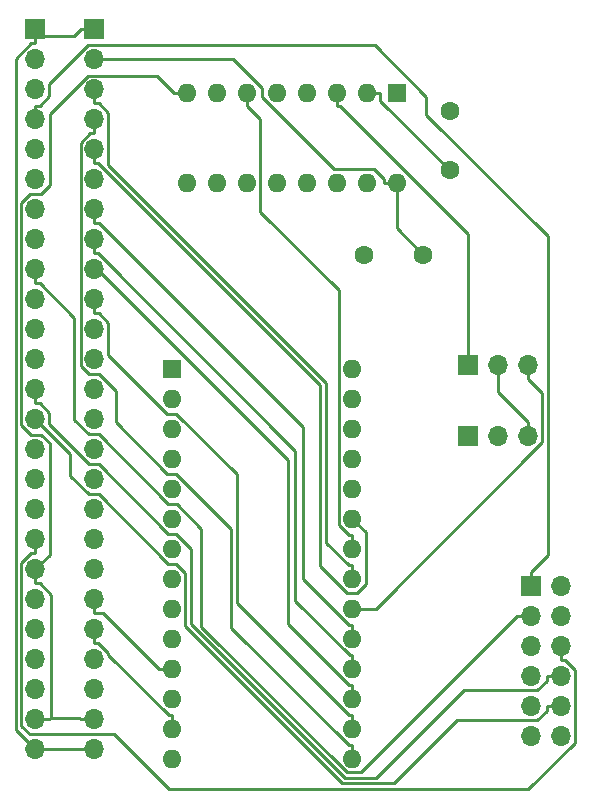
<source format=gbr>
G04 #@! TF.GenerationSoftware,KiCad,Pcbnew,(5.1.5)-3*
G04 #@! TF.CreationDate,2022-06-14T21:30:09+02:00*
G04 #@! TF.ProjectId,PC128S_ExtROM,50433132-3853-45f4-9578-74524f4d2e6b,rev?*
G04 #@! TF.SameCoordinates,Original*
G04 #@! TF.FileFunction,Copper,L1,Top*
G04 #@! TF.FilePolarity,Positive*
%FSLAX46Y46*%
G04 Gerber Fmt 4.6, Leading zero omitted, Abs format (unit mm)*
G04 Created by KiCad (PCBNEW (5.1.5)-3) date 2022-06-14 21:30:09*
%MOMM*%
%LPD*%
G04 APERTURE LIST*
%ADD10O,1.700000X1.700000*%
%ADD11R,1.700000X1.700000*%
%ADD12C,1.600000*%
%ADD13O,1.600000X1.600000*%
%ADD14R,1.600000X1.600000*%
%ADD15C,0.250000*%
G04 APERTURE END LIST*
D10*
X149000000Y-128634500D03*
X149000000Y-126094500D03*
X149000000Y-123554500D03*
X149000000Y-121014500D03*
X149000000Y-118474500D03*
X149000000Y-115934500D03*
X149000000Y-113394500D03*
X149000000Y-110854500D03*
X149000000Y-108314500D03*
X149000000Y-105774500D03*
X149000000Y-103234500D03*
X149000000Y-100694500D03*
X149000000Y-98154500D03*
X149000000Y-95614500D03*
X149000000Y-93074500D03*
X149000000Y-90534500D03*
X149000000Y-87994500D03*
X149000000Y-85454500D03*
X149000000Y-82914500D03*
X149000000Y-80374500D03*
X149000000Y-77834500D03*
X149000000Y-75294500D03*
X149000000Y-72754500D03*
X149000000Y-70214500D03*
D11*
X149000000Y-67674500D03*
D10*
X144000000Y-128634500D03*
X144000000Y-126094500D03*
X144000000Y-123554500D03*
X144000000Y-121014500D03*
X144000000Y-118474500D03*
X144000000Y-115934500D03*
X144000000Y-113394500D03*
X144000000Y-110854500D03*
X144000000Y-108314500D03*
X144000000Y-105774500D03*
X144000000Y-103234500D03*
X144000000Y-100694500D03*
X144000000Y-98154500D03*
X144000000Y-95614500D03*
X144000000Y-93074500D03*
X144000000Y-90534500D03*
X144000000Y-87994500D03*
X144000000Y-85454500D03*
X144000000Y-82914500D03*
X144000000Y-80374500D03*
X144000000Y-77834500D03*
X144000000Y-75294500D03*
X144000000Y-72754500D03*
X144000000Y-70214500D03*
D11*
X144000000Y-67674500D03*
D12*
X179070000Y-79549000D03*
X179070000Y-74549000D03*
D10*
X185738000Y-96075500D03*
X183198000Y-96075500D03*
D11*
X180658000Y-96075500D03*
D10*
X185738000Y-102108000D03*
X183198000Y-102108000D03*
D11*
X180658000Y-102108000D03*
D13*
X174625000Y-80645000D03*
X156845000Y-73025000D03*
X172085000Y-80645000D03*
X159385000Y-73025000D03*
X169545000Y-80645000D03*
X161925000Y-73025000D03*
X167005000Y-80645000D03*
X164465000Y-73025000D03*
X164465000Y-80645000D03*
X167005000Y-73025000D03*
X161925000Y-80645000D03*
X169545000Y-73025000D03*
X159385000Y-80645000D03*
X172085000Y-73025000D03*
X156845000Y-80645000D03*
D14*
X174625000Y-73025000D03*
D10*
X188468000Y-127508000D03*
X185928000Y-127508000D03*
X188468000Y-124968000D03*
X185928000Y-124968000D03*
X188468000Y-122428000D03*
X185928000Y-122428000D03*
X188468000Y-119888000D03*
X185928000Y-119888000D03*
X188468000Y-117348000D03*
X185928000Y-117348000D03*
X188468000Y-114808000D03*
D11*
X185928000Y-114808000D03*
D12*
X171848000Y-86741000D03*
X176848000Y-86741000D03*
D13*
X170815000Y-96393000D03*
X155575000Y-129413000D03*
X170815000Y-98933000D03*
X155575000Y-126873000D03*
X170815000Y-101473000D03*
X155575000Y-124333000D03*
X170815000Y-104013000D03*
X155575000Y-121793000D03*
X170815000Y-106553000D03*
X155575000Y-119253000D03*
X170815000Y-109093000D03*
X155575000Y-116713000D03*
X170815000Y-111633000D03*
X155575000Y-114173000D03*
X170815000Y-114173000D03*
X155575000Y-111633000D03*
X170815000Y-116713000D03*
X155575000Y-109093000D03*
X170815000Y-119253000D03*
X155575000Y-106553000D03*
X170815000Y-121793000D03*
X155575000Y-104013000D03*
X170815000Y-124333000D03*
X155575000Y-101473000D03*
X170815000Y-126873000D03*
X155575000Y-98933000D03*
X170815000Y-129413000D03*
D14*
X155575000Y-96393000D03*
D15*
X185738000Y-96075500D02*
X185738000Y-97250800D01*
X170815000Y-116713000D02*
X172798700Y-116713000D01*
X172798700Y-116713000D02*
X186913300Y-102598400D01*
X186913300Y-102598400D02*
X186913300Y-98426100D01*
X186913300Y-98426100D02*
X185738000Y-97250800D01*
X172085000Y-73025000D02*
X173210300Y-73025000D01*
X179070000Y-79549000D02*
X173210300Y-73689300D01*
X173210300Y-73689300D02*
X173210300Y-73025000D01*
X156845000Y-73025000D02*
X155719700Y-73025000D01*
X155719700Y-73025000D02*
X154273700Y-71579000D01*
X154273700Y-71579000D02*
X148486100Y-71579000D01*
X148486100Y-71579000D02*
X145215600Y-74849500D01*
X145215600Y-74849500D02*
X145215600Y-80866700D01*
X145215600Y-80866700D02*
X144437800Y-81644500D01*
X144437800Y-81644500D02*
X143570400Y-81644500D01*
X143570400Y-81644500D02*
X142821200Y-82393700D01*
X142821200Y-82393700D02*
X142821200Y-101200400D01*
X142821200Y-101200400D02*
X143623600Y-102002800D01*
X143623600Y-102002800D02*
X144518100Y-102002800D01*
X144518100Y-102002800D02*
X145213700Y-102698400D01*
X145213700Y-102698400D02*
X145213700Y-112180800D01*
X145213700Y-112180800D02*
X144000000Y-113394500D01*
X144000000Y-113394500D02*
X144000000Y-114569800D01*
X145316600Y-125953200D02*
X145316600Y-115519100D01*
X145316600Y-115519100D02*
X144367300Y-114569800D01*
X144367300Y-114569800D02*
X144000000Y-114569800D01*
X145316600Y-125953200D02*
X145175300Y-126094500D01*
X147824700Y-126094500D02*
X147683400Y-125953200D01*
X147683400Y-125953200D02*
X145316600Y-125953200D01*
X149000000Y-126094500D02*
X147824700Y-126094500D01*
X144000000Y-126094500D02*
X145175300Y-126094500D01*
X174625000Y-80645000D02*
X173499700Y-80645000D01*
X173499700Y-80645000D02*
X173499700Y-80363600D01*
X173499700Y-80363600D02*
X172655800Y-79519700D01*
X172655800Y-79519700D02*
X169293800Y-79519700D01*
X169293800Y-79519700D02*
X163195000Y-73420900D01*
X163195000Y-73420900D02*
X163195000Y-72660200D01*
X163195000Y-72660200D02*
X160749300Y-70214500D01*
X160749300Y-70214500D02*
X149000000Y-70214500D01*
X176848000Y-86741000D02*
X174625000Y-84518000D01*
X174625000Y-84518000D02*
X174625000Y-80645000D01*
X149000000Y-118474500D02*
X149000000Y-119649800D01*
X155575000Y-126873000D02*
X155575000Y-125747700D01*
X155575000Y-125747700D02*
X155293600Y-125747700D01*
X155293600Y-125747700D02*
X150175300Y-120629400D01*
X150175300Y-120629400D02*
X150175300Y-120506800D01*
X150175300Y-120506800D02*
X149318300Y-119649800D01*
X149318300Y-119649800D02*
X149000000Y-119649800D01*
X149000000Y-115934500D02*
X149000000Y-117109800D01*
X155575000Y-121793000D02*
X154449700Y-121793000D01*
X154449700Y-121793000D02*
X149766500Y-117109800D01*
X149766500Y-117109800D02*
X149000000Y-117109800D01*
X149000000Y-79009800D02*
X149313800Y-79009800D01*
X149313800Y-79009800D02*
X168113600Y-97809600D01*
X168113600Y-97809600D02*
X168113600Y-113099500D01*
X168113600Y-113099500D02*
X170369700Y-115355600D01*
X170369700Y-115355600D02*
X171250000Y-115355600D01*
X171250000Y-115355600D02*
X171972000Y-114633600D01*
X171972000Y-114633600D02*
X171972000Y-110250000D01*
X171972000Y-110250000D02*
X170815000Y-109093000D01*
X149000000Y-77834500D02*
X149000000Y-79009800D01*
X149000000Y-73929800D02*
X149367400Y-73929800D01*
X149367400Y-73929800D02*
X150175300Y-74737700D01*
X150175300Y-74737700D02*
X150175300Y-79157500D01*
X150175300Y-79157500D02*
X168602600Y-97584800D01*
X168602600Y-97584800D02*
X168602600Y-111116700D01*
X168602600Y-111116700D02*
X170533600Y-113047700D01*
X170533600Y-113047700D02*
X170815000Y-113047700D01*
X149000000Y-72754500D02*
X149000000Y-73929800D01*
X170815000Y-114173000D02*
X170815000Y-113047700D01*
X149000000Y-82914500D02*
X149000000Y-84089800D01*
X170815000Y-119253000D02*
X170815000Y-118127700D01*
X170815000Y-118127700D02*
X170533700Y-118127700D01*
X170533700Y-118127700D02*
X166620000Y-114214000D01*
X166620000Y-114214000D02*
X166620000Y-101342500D01*
X166620000Y-101342500D02*
X149367300Y-84089800D01*
X149367300Y-84089800D02*
X149000000Y-84089800D01*
X149000000Y-86629800D02*
X149304400Y-86629800D01*
X149304400Y-86629800D02*
X166016200Y-103341600D01*
X166016200Y-103341600D02*
X166016200Y-116061400D01*
X166016200Y-116061400D02*
X170622500Y-120667700D01*
X170622500Y-120667700D02*
X170815000Y-120667700D01*
X149000000Y-85454500D02*
X149000000Y-86629800D01*
X170815000Y-121793000D02*
X170815000Y-120667700D01*
X149000000Y-87994500D02*
X149246000Y-87994500D01*
X149246000Y-87994500D02*
X165367300Y-104115800D01*
X165367300Y-104115800D02*
X165367300Y-118041400D01*
X165367300Y-118041400D02*
X170533600Y-123207700D01*
X170533600Y-123207700D02*
X170815000Y-123207700D01*
X170815000Y-124333000D02*
X170815000Y-123207700D01*
X149000000Y-91709800D02*
X149367400Y-91709800D01*
X149367400Y-91709800D02*
X150175300Y-92517700D01*
X150175300Y-92517700D02*
X150175300Y-95202200D01*
X150175300Y-95202200D02*
X155176100Y-100203000D01*
X155176100Y-100203000D02*
X155902500Y-100203000D01*
X155902500Y-100203000D02*
X161038300Y-105338800D01*
X161038300Y-105338800D02*
X161038300Y-116252300D01*
X161038300Y-116252300D02*
X170533700Y-125747700D01*
X170533700Y-125747700D02*
X170815000Y-125747700D01*
X149000000Y-90534500D02*
X149000000Y-91709800D01*
X170815000Y-126873000D02*
X170815000Y-125747700D01*
X149000000Y-75294500D02*
X149000000Y-76469800D01*
X170815000Y-129413000D02*
X170815000Y-128287700D01*
X170815000Y-128287700D02*
X170533700Y-128287700D01*
X170533700Y-128287700D02*
X160587900Y-118341900D01*
X160587900Y-118341900D02*
X160587900Y-109967400D01*
X160587900Y-109967400D02*
X155903500Y-105283000D01*
X155903500Y-105283000D02*
X155176500Y-105283000D01*
X155176500Y-105283000D02*
X150810100Y-100916600D01*
X150810100Y-100916600D02*
X150810100Y-98301300D01*
X150810100Y-98301300D02*
X149393300Y-96884500D01*
X149393300Y-96884500D02*
X148510800Y-96884500D01*
X148510800Y-96884500D02*
X147824700Y-96198400D01*
X147824700Y-96198400D02*
X147824700Y-77277700D01*
X147824700Y-77277700D02*
X148632600Y-76469800D01*
X148632600Y-76469800D02*
X149000000Y-76469800D01*
X169545000Y-73025000D02*
X169545000Y-74150300D01*
X169545000Y-74150300D02*
X169826300Y-74150300D01*
X169826300Y-74150300D02*
X180658000Y-84982000D01*
X180658000Y-84982000D02*
X180658000Y-96075500D01*
X144000000Y-68849800D02*
X143632700Y-68849800D01*
X143632700Y-68849800D02*
X142320500Y-70162000D01*
X142320500Y-70162000D02*
X142320500Y-126955000D01*
X142320500Y-126955000D02*
X144000000Y-128634500D01*
X149000000Y-67674500D02*
X147824700Y-67674500D01*
X144000000Y-68262100D02*
X147237100Y-68262100D01*
X147237100Y-68262100D02*
X147824700Y-67674500D01*
X144000000Y-68262100D02*
X144000000Y-68849800D01*
X144000000Y-67674500D02*
X144000000Y-68262100D01*
X144000000Y-128634500D02*
X147824700Y-128634500D01*
X149000000Y-128634500D02*
X147824700Y-128634500D01*
X144000000Y-112029800D02*
X143632600Y-112029800D01*
X143632600Y-112029800D02*
X142824700Y-112837700D01*
X142824700Y-112837700D02*
X142824700Y-126630800D01*
X142824700Y-126630800D02*
X143558400Y-127364500D01*
X143558400Y-127364500D02*
X150652100Y-127364500D01*
X150652100Y-127364500D02*
X155287600Y-132000000D01*
X155287600Y-132000000D02*
X185706100Y-132000000D01*
X185706100Y-132000000D02*
X189662700Y-128043400D01*
X189662700Y-128043400D02*
X189662700Y-121890700D01*
X189662700Y-121890700D02*
X188835300Y-121063300D01*
X188835300Y-121063300D02*
X188468000Y-121063300D01*
X144000000Y-110854500D02*
X144000000Y-112029800D01*
X188468000Y-119888000D02*
X188468000Y-121063300D01*
X144000000Y-98154500D02*
X144000000Y-99329800D01*
X188468000Y-122428000D02*
X187292700Y-122428000D01*
X187292700Y-122428000D02*
X187292700Y-122795400D01*
X187292700Y-122795400D02*
X186484800Y-123603300D01*
X186484800Y-123603300D02*
X180280700Y-123603300D01*
X180280700Y-123603300D02*
X172843600Y-131040400D01*
X172843600Y-131040400D02*
X170200800Y-131040400D01*
X170200800Y-131040400D02*
X157165400Y-118005000D01*
X157165400Y-118005000D02*
X157165400Y-111619900D01*
X157165400Y-111619900D02*
X155908500Y-110363000D01*
X155908500Y-110363000D02*
X155250900Y-110363000D01*
X155250900Y-110363000D02*
X149392400Y-104504500D01*
X149392400Y-104504500D02*
X148565100Y-104504500D01*
X148565100Y-104504500D02*
X145175300Y-101114700D01*
X145175300Y-101114700D02*
X145175300Y-100137700D01*
X145175300Y-100137700D02*
X144367400Y-99329800D01*
X144367400Y-99329800D02*
X144000000Y-99329800D01*
X184752700Y-117348000D02*
X171533400Y-130567300D01*
X171533400Y-130567300D02*
X170364600Y-130567300D01*
X170364600Y-130567300D02*
X158051400Y-118254100D01*
X158051400Y-118254100D02*
X158051400Y-109924800D01*
X158051400Y-109924800D02*
X155949600Y-107823000D01*
X155949600Y-107823000D02*
X155250900Y-107823000D01*
X155250900Y-107823000D02*
X149392400Y-101964500D01*
X149392400Y-101964500D02*
X148509500Y-101964500D01*
X148509500Y-101964500D02*
X147308500Y-100763500D01*
X147308500Y-100763500D02*
X147308500Y-92111000D01*
X147308500Y-92111000D02*
X144367300Y-89169800D01*
X144367300Y-89169800D02*
X144000000Y-89169800D01*
X144000000Y-87994500D02*
X144000000Y-89169800D01*
X185928000Y-117348000D02*
X184752700Y-117348000D01*
X144000000Y-75294500D02*
X144000000Y-74119200D01*
X185928000Y-114808000D02*
X185928000Y-113632700D01*
X185928000Y-113632700D02*
X187386000Y-112174700D01*
X187386000Y-112174700D02*
X187386000Y-85191100D01*
X187386000Y-85191100D02*
X177111200Y-74916300D01*
X177111200Y-74916300D02*
X177111200Y-73407900D01*
X177111200Y-73407900D02*
X172718800Y-69015500D01*
X172718800Y-69015500D02*
X148475800Y-69015500D01*
X148475800Y-69015500D02*
X145175300Y-72316000D01*
X145175300Y-72316000D02*
X145175300Y-73311300D01*
X145175300Y-73311300D02*
X144367400Y-74119200D01*
X144367400Y-74119200D02*
X144000000Y-74119200D01*
X144000000Y-100694500D02*
X146944800Y-103639300D01*
X146944800Y-103639300D02*
X146944800Y-105478700D01*
X146944800Y-105478700D02*
X148510600Y-107044500D01*
X148510600Y-107044500D02*
X149392400Y-107044500D01*
X149392400Y-107044500D02*
X155250900Y-112903000D01*
X155250900Y-112903000D02*
X155902800Y-112903000D01*
X155902800Y-112903000D02*
X156700500Y-113700700D01*
X156700500Y-113700700D02*
X156700500Y-118217000D01*
X156700500Y-118217000D02*
X169974300Y-131490800D01*
X169974300Y-131490800D02*
X174362700Y-131490800D01*
X174362700Y-131490800D02*
X179710200Y-126143300D01*
X179710200Y-126143300D02*
X186484800Y-126143300D01*
X186484800Y-126143300D02*
X187292700Y-125335400D01*
X187292700Y-125335400D02*
X187292700Y-124968000D01*
X188468000Y-124968000D02*
X187292700Y-124968000D01*
X161925000Y-73025000D02*
X161925000Y-74150300D01*
X170815000Y-111633000D02*
X170815000Y-110507700D01*
X170815000Y-110507700D02*
X170533600Y-110507700D01*
X170533600Y-110507700D02*
X169689700Y-109663800D01*
X169689700Y-109663800D02*
X169689700Y-89745400D01*
X169689700Y-89745400D02*
X163050300Y-83106000D01*
X163050300Y-83106000D02*
X163050300Y-75275600D01*
X163050300Y-75275600D02*
X161925000Y-74150300D01*
X185738000Y-102108000D02*
X185738000Y-100932700D01*
X185738000Y-100932700D02*
X183198000Y-98392700D01*
X183198000Y-98392700D02*
X183198000Y-96075500D01*
M02*

</source>
